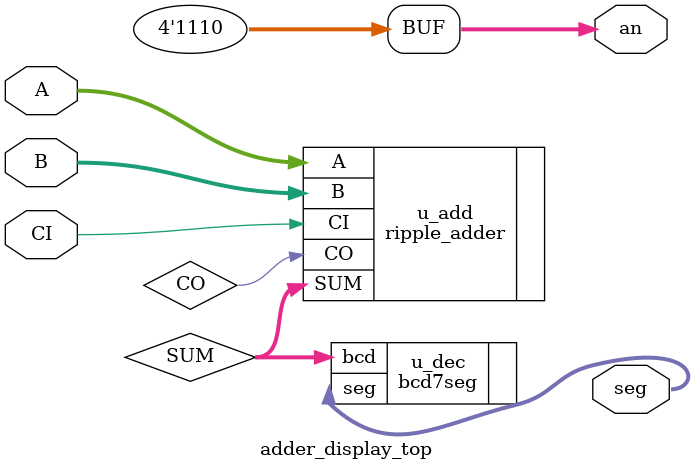
<source format=v>
module adder_display_top(
    input  [3:0] A, B,
    input        CI,
    output [6:0] seg,   // segments (a..g)
    output [3:0] an     // anodes
);
    wire [3:0] SUM;
    wire CO;

    // could use ripple_adder or the cla
    ripple_adder u_add(.A(A), .B(B), .CI(CI), .SUM(SUM), .CO(CO));

    // Drive decoder
    bcd7seg u_dec(.bcd(SUM), .seg(seg));

    // Enable rightmost digit (AN0), disable others
    assign an = 4'b1110;
endmodule

</source>
